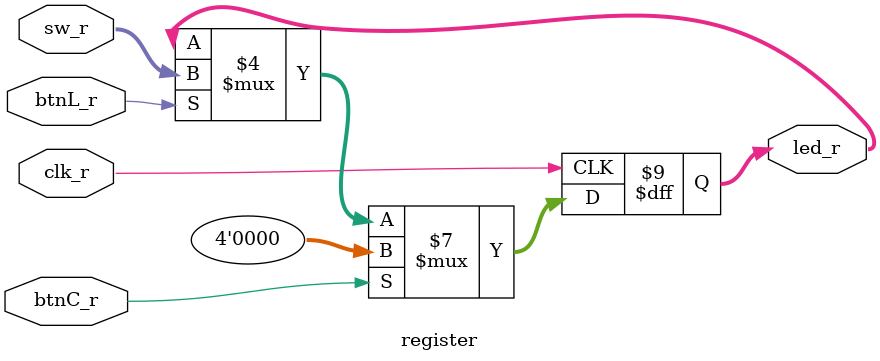
<source format=sv>
module register(     
    input logic [3:0] sw_r,
    input logic btnL_r,// button 0 
    input logic btnC_r,
    input logic clk_r,
    output logic [3:0]led_r
); 

//ALU tmr(O, A, B)

always_ff @ (posedge clk_r) begin
// For a sequential logic block      
    if (btnC_r == 1)      
         led_r <= 0;     
    // set the state equal to 0 as if to start over         
    else if (btnL_r == 1)
        led_r <= sw_r;
end  

endmodule

</source>
